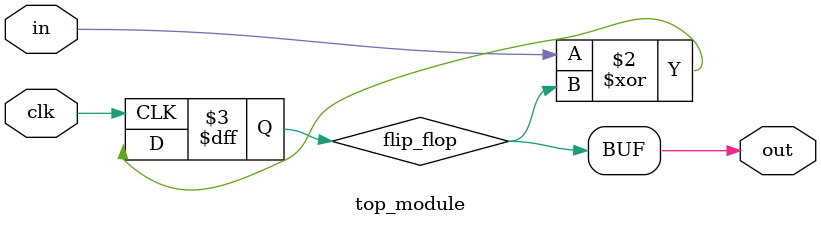
<source format=sv>
module top_module (
	input clk,
	input in,
	output logic out
);

	reg flip_flop;
	always @(posedge clk)
		flip_flop <= in ^ out;

	assign out = flip_flop;

endmodule

</source>
